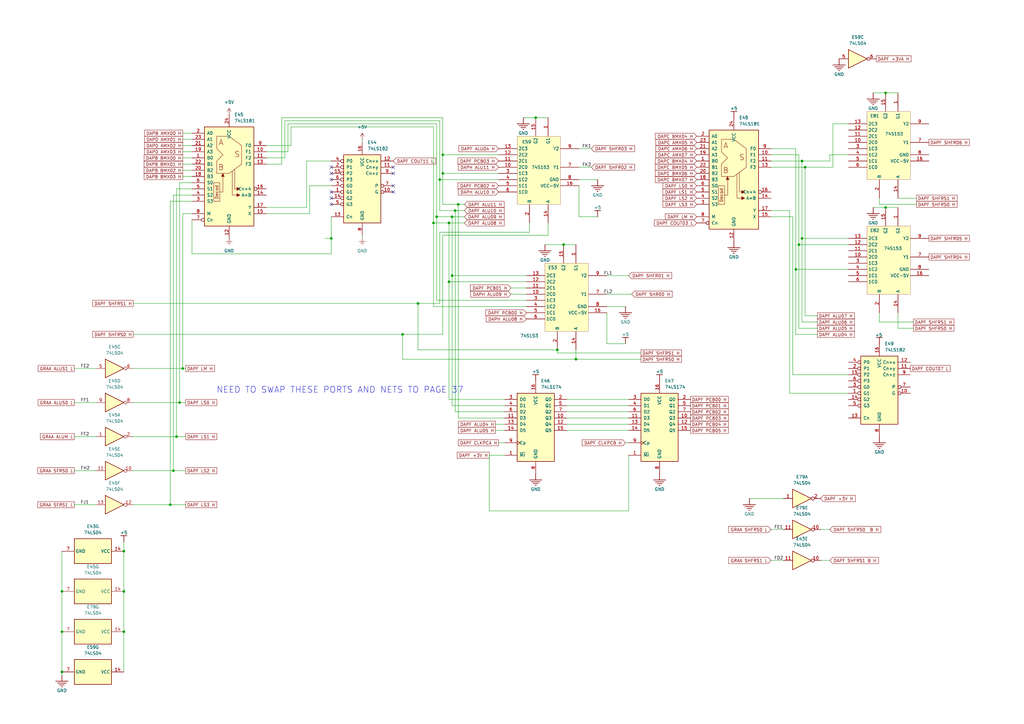
<source format=kicad_sch>
(kicad_sch (version 20250114) (generator "eeschema") (generator_version "9.0")
  (paper "A3")
  (title_block (date "2025-01-19"))
  (lib_symbols
    (symbol "74xx:74LS04"
      (property "Reference" "U" (at 0 1.27 0))
      (property "Value" "74LS04" (at 0 -1.27 0))
      (symbol "74LS04_1_0"
        (polyline (pts (xy -3.81 3.81) (xy -3.81 -3.81) (xy 3.81 0) (xy -3.81 3.81)) (stroke (width 0.254)) (fill (type background)))
        (pin input line (at -7.62 0 0) (length 3.81) (name "~") (number "1"))
        (pin output inverted (at 7.62 0 180) (length 3.81) (name "~") (number "2"))
      )
      (symbol "74LS04_2_0"
        (polyline (pts (xy -3.81 3.81) (xy -3.81 -3.81) (xy 3.81 0) (xy -3.81 3.81)) (stroke (width 0.254)) (fill (type background)))
        (pin input line (at -7.62 0 0) (length 3.81) (name "~") (number "3"))
        (pin output inverted (at 7.62 0 180) (length 3.81) (name "~") (number "4"))
      )
      (symbol "74LS04_3_0"
        (polyline (pts (xy -3.81 3.81) (xy -3.81 -3.81) (xy 3.81 0) (xy -3.81 3.81)) (stroke (width 0.254)) (fill (type background)))
        (pin input line (at -7.62 0 0) (length 3.81) (name "~") (number "5"))
        (pin output inverted (at 7.62 0 180) (length 3.81) (name "~") (number "6"))
      )
      (symbol "74LS04_4_0"
        (polyline (pts (xy -3.81 3.81) (xy -3.81 -3.81) (xy 3.81 0) (xy -3.81 3.81)) (stroke (width 0.254)) (fill (type background)))
        (pin input line (at -7.62 0 0) (length 3.81) (name "~") (number "9"))
        (pin output inverted (at 7.62 0 180) (length 3.81) (name "~") (number "8"))
      )
      (symbol "74LS04_5_0"
        (polyline (pts (xy -3.81 3.81) (xy -3.81 -3.81) (xy 3.81 0) (xy -3.81 3.81)) (stroke (width 0.254)) (fill (type background)))
        (pin input line (at -7.62 0 0) (length 3.81) (name "~") (number "11"))
        (pin output inverted (at 7.62 0 180) (length 3.81) (name "~") (number "10"))
      )
      (symbol "74LS04_6_0"
        (polyline (pts (xy -3.81 3.81) (xy -3.81 -3.81) (xy 3.81 0) (xy -3.81 3.81)) (stroke (width 0.254)) (fill (type background)))
        (pin input line (at -7.62 0 0) (length 3.81) (name "~") (number "13"))
        (pin output inverted (at 7.62 0 180) (length 3.81) (name "~") (number "12"))
      )
      (symbol "74LS04_7_0"
        (pin power_in line (at 0 12.7 270) (length 5.08) (name "VCC") (number "14"))
        (pin power_in line (at 0 -12.7 90) (length 5.08) (name "GND") (number "7"))
      )
      (symbol "74LS04_7_1"
        (rectangle (start -5.08 7.62) (end 5.08 -7.62) (stroke (width 0.254)) (fill (type background)))
      )
    )
    (symbol "74xx:74LS174" (pin_names (offset 1.016))
      (property "Reference" "U" (at -7.62 13.97 0))
      (property "Value" "74LS174" (at -7.62 -16.51 0))
      (symbol "74LS174_1_0"
        (pin input line (at -12.7 10.16 0) (length 5.08) (name "D0") (number "3"))
        (pin input line (at -12.7 7.62 0) (length 5.08) (name "D1") (number "4"))
        (pin input line (at -12.7 5.08 0) (length 5.08) (name "D2") (number "6"))
        (pin input line (at -12.7 2.54 0) (length 5.08) (name "D3") (number "11"))
        (pin input line (at -12.7 0 0) (length 5.08) (name "D4") (number "13"))
        (pin input line (at -12.7 -2.54 0) (length 5.08) (name "D5") (number "14"))
        (pin input clock (at -12.7 -7.62 0) (length 5.08) (name "Cp") (number "9"))
        (pin input line (at -12.7 -12.7 0) (length 5.08) (name "~{Mr}") (number "1"))
        (pin power_in line (at 0 17.78 270) (length 5.08) (name "VCC") (number "16"))
        (pin power_in line (at 0 -20.32 90) (length 5.08) (name "GND") (number "8"))
        (pin output line (at 12.7 10.16 180) (length 5.08) (name "Q0") (number "2"))
        (pin output line (at 12.7 7.62 180) (length 5.08) (name "Q1") (number "5"))
        (pin output line (at 12.7 5.08 180) (length 5.08) (name "Q2") (number "7"))
        (pin output line (at 12.7 2.54 180) (length 5.08) (name "Q3") (number "10"))
        (pin output line (at 12.7 0 180) (length 5.08) (name "Q4") (number "12"))
        (pin output line (at 12.7 -2.54 180) (length 5.08) (name "Q5") (number "15"))
      )
      (symbol "74LS174_1_1"
        (rectangle (start -7.62 12.7) (end 7.62 -15.24) (stroke (width 0.254)) (fill (type background)))
      )
    )
    (symbol "74xx:74LS181" (pin_names (offset 1.016))
      (property "Reference" "U" (at -7.62 21.59 0))
      (property "Value" "74LS181" (at -7.62 -21.59 0))
      (symbol "74LS181_1_0"
        (polyline (pts (xy -6.35 -2.54) (xy -6.35 -10.16) (xy -3.81 -10.16) (xy -3.81 -2.54) (xy -6.35 -2.54)))
        (polyline (pts (xy -5.08 16.51) (xy -5.08 11.43) (xy -2.54 8.89) (xy -5.08 6.35) (xy -5.08 1.27) (xy 0 1.27) (xy 5.08 5.08) (xy 5.08 12.7) (xy 0 16.51) (xy -5.08 16.51)))
        (polyline (pts (xy -3.81 -6.35) (xy -2.54 -6.35) (xy -2.54 1.27)))
        (polyline (pts (xy -2.54 1.27) (xy -3.175 0) (xy -1.905 0)) (fill (type outline)))
        (polyline (pts (xy 1.27 2.159) (xy 1.27 -7.62) (xy 3.175 -7.62)))
        (polyline (pts (xy 3.175 -5.08) (xy 2.286 -5.08) (xy 2.286 2.921)))
        (polyline (pts (xy 4.445 -5.08) (xy 3.175 -4.445) (xy 3.175 -5.715) (xy 4.445 -5.08)) (fill (type outline)))
        (polyline (pts (xy 4.445 -7.62) (xy 3.175 -6.985) (xy 3.175 -8.255) (xy 4.445 -7.62)) (fill (type outline)))
        (text "Decod" (at -5.08 -6.35 900) (effects (font (size 1.27 1.27))))
        (text "A" (at -3.302 13.97 0) (effects (font (size 2.286 2.286))))
        (text "B" (at -3.302 3.81 0) (effects (font (size 2.286 2.286))))
        (text "S" (at 3.302 9.144 0) (effects (font (size 2.286 2.286))))
        (pin input line (at -15.24 17.78 0) (length 5.08) (name "A0") (number "2"))
        (pin input line (at -15.24 15.24 0) (length 5.08) (name "A1") (number "23"))
        (pin input line (at -15.24 12.7 0) (length 5.08) (name "A2") (number "21"))
        (pin input line (at -15.24 10.16 0) (length 5.08) (name "A3") (number "19"))
        (pin input line (at -15.24 7.62 0) (length 5.08) (name "B0") (number "1"))
        (pin input line (at -15.24 5.08 0) (length 5.08) (name "B1") (number "22"))
        (pin input line (at -15.24 2.54 0) (length 5.08) (name "B2") (number "20"))
        (pin input line (at -15.24 0 0) (length 5.08) (name "B3") (number "18"))
        (pin input line (at -15.24 -2.54 0) (length 5.08) (name "S0") (number "6"))
        (pin input line (at -15.24 -5.08 0) (length 5.08) (name "S1") (number "5"))
        (pin input line (at -15.24 -7.62 0) (length 5.08) (name "S2") (number "4"))
        (pin input line (at -15.24 -10.16 0) (length 5.08) (name "S3") (number "3"))
        (pin input line (at -15.24 -15.24 0) (length 5.08) (name "M") (number "8"))
        (pin input inverted (at -15.24 -17.78 0) (length 5.08) (name "Cn") (number "7"))
        (pin power_in line (at 0 25.4 270) (length 5.08) (name "VCC") (number "24"))
        (pin power_in line (at 0 -25.4 90) (length 5.08) (name "GND") (number "12"))
        (pin output line (at 15.24 12.7 180) (length 5.08) (name "F0") (number "9"))
        (pin output line (at 15.24 10.16 180) (length 5.08) (name "F1") (number "10"))
        (pin output line (at 15.24 7.62 180) (length 5.08) (name "F2") (number "11"))
        (pin output line (at 15.24 5.08 180) (length 5.08) (name "F3") (number "13"))
        (pin output inverted (at 15.24 -5.08 180) (length 5.08) (name "Cn+4") (number "16"))
        (pin output line (at 15.24 -7.62 180) (length 5.08) (name "A=B") (number "14"))
        (pin output line (at 15.24 -12.7 180) (length 5.08) (name "Y") (number "17"))
        (pin output line (at 15.24 -15.24 180) (length 5.08) (name "X") (number "15"))
      )
      (symbol "74LS181_1_1"
        (rectangle (start -10.16 20.32) (end 10.16 -20.32) (stroke (width 0.254)) (fill (type background)))
      )
    )
    (symbol "74xx:74LS182" (pin_names (offset 1.016))
      (property "Reference" "U" (at -7.62 13.97 0))
      (property "Value" "74LS182" (at -7.62 -16.51 0))
      (symbol "74LS182_1_0"
        (pin input inverted (at -12.7 10.16 0) (length 5.08) (name "P0") (number "4"))
        (pin input inverted (at -12.7 7.62 0) (length 5.08) (name "P1") (number "2"))
        (pin input inverted (at -12.7 5.08 0) (length 5.08) (name "P2") (number "15"))
        (pin input inverted (at -12.7 2.54 0) (length 5.08) (name "P3") (number "6"))
        (pin input inverted (at -12.7 0 0) (length 5.08) (name "G0") (number "3"))
        (pin input inverted (at -12.7 -2.54 0) (length 5.08) (name "G1") (number "1"))
        (pin input inverted (at -12.7 -5.08 0) (length 5.08) (name "G2") (number "14"))
        (pin input inverted (at -12.7 -7.62 0) (length 5.08) (name "G3") (number "5"))
        (pin input line (at -12.7 -12.7 0) (length 5.08) (name "Cn") (number "13"))
        (pin power_in line (at 0 17.78 270) (length 5.08) (name "VCC") (number "16"))
        (pin power_in line (at 0 -20.32 90) (length 5.08) (name "GND") (number "8"))
        (pin output line (at 12.7 10.16 180) (length 5.08) (name "Cn+x") (number "12"))
        (pin output line (at 12.7 7.62 180) (length 5.08) (name "Cn+y") (number "11"))
        (pin output line (at 12.7 5.08 180) (length 5.08) (name "Cn+z") (number "9"))
        (pin output inverted (at 12.7 0 180) (length 5.08) (name "P") (number "7"))
        (pin output inverted (at 12.7 -2.54 180) (length 5.08) (name "G") (number "10"))
      )
      (symbol "74LS182_1_1"
        (rectangle (start -7.62 12.7) (end 7.62 -15.24) (stroke (width 0.254)) (fill (type background)))
      )
    )
    (symbol "Untitled-altium-import:+5_BAR" (power)
      (property "Value" "+5" (at 0 -3.81 0))
      (symbol "+5_BAR_0_0"
        (polyline (pts (xy -1.27 -2.54) (xy 1.27 -2.54)) (stroke (width 0.254)))
        (polyline (pts (xy 0 0) (xy 0 -2.54)) (stroke (width 0.254)))
        (pin power_in line (at 0 0 0) (length 0) (hide yes) (name "+5") (number ""))
      )
    )
    (symbol "Untitled-altium-import:GND_POWER_GROUND" (power)
      (property "Value" "GND" (at 0 -6.35 0))
      (symbol "GND_POWER_GROUND_0_0"
        (polyline (pts (xy -2.54 -2.54) (xy 2.54 -2.54)) (stroke (width 0.254)))
        (polyline (pts (xy -1.778 -3.302) (xy 1.778 -3.302)) (stroke (width 0.254)))
        (polyline (pts (xy -1.016 -4.064) (xy 1.016 -4.064)) (stroke (width 0.254)))
        (polyline (pts (xy -0.254 -4.826) (xy 0.254 -4.826)) (stroke (width 0.254)))
        (polyline (pts (xy 0 0) (xy 0 -2.54)) (stroke (width 0.254)))
        (pin power_in line (at 0 0 0) (length 0) (hide yes) (name "GND") (number ""))
      )
    )
    (symbol "Untitled-altium-import:root_0_74S153"
      (symbol "root_0_74S153_1_0"
        (rectangle (start 27.94 27.94) (end 10.16 0) (stroke (width 0.0254) (color 128 0 0 1)) (fill (type background)))
        (pin passive line (at 2.54 22.86 0) (length 7.62) (name "2C3") (number "13"))
        (pin passive line (at 2.54 20.32 0) (length 7.62) (name "2C2") (number "12"))
        (pin passive line (at 2.54 17.78 0) (length 7.62) (name "2C1") (number "11"))
        (pin passive line (at 2.54 15.24 0) (length 7.62) (name "2C0") (number "10"))
        (pin passive line (at 2.54 12.7 0) (length 7.62) (name "1C3") (number "3"))
        (pin passive line (at 2.54 10.16 0) (length 7.62) (name "1C2") (number "4"))
        (pin passive line (at 2.54 7.62 0) (length 7.62) (name "1C1") (number "5"))
        (pin passive line (at 2.54 5.08 0) (length 7.62) (name "1C0") (number "6"))
        (pin passive line (at 15.24 -7.62 90) (length 7.62) (name "B") (number "2"))
        (pin passive line (at 17.78 35.56 270) (length 7.62) (name "G2") (number "15"))
        (pin passive line (at 22.86 35.56 270) (length 7.62) (name "G1") (number "1"))
        (pin passive line (at 22.86 -7.62 90) (length 7.62) (name "A") (number "14"))
        (pin passive line (at 35.56 22.86 180) (length 7.62) (name "Y2") (number "9"))
        (pin passive line (at 35.56 15.24 180) (length 7.62) (name "Y1") (number "7"))
        (pin passive line (at 35.56 10.16 180) (length 7.62) (name "GND") (number "8"))
        (pin passive line (at 35.56 7.62 180) (length 7.62) (name "VCC-5V") (number "16"))
      )
    )
    (symbol "power:+5V" (power) (pin_numbers (hide yes)) (pin_names (offset 0) (hide yes))
      (property "Value" "+5V" (at 0 3.556 0))
      (symbol "+5V_0_1"
        (polyline (pts (xy -0.762 1.27) (xy 0 2.54)))
        (polyline (pts (xy 0 2.54) (xy 0.762 1.27)))
        (polyline (pts (xy 0 0) (xy 0 2.54)))
      )
      (symbol "+5V_1_1"
        (pin power_in line (at 0 0 90) (length 0) (name "~") (number "1"))
      )
    )
    (symbol "power:Earth" (power) (pin_numbers (hide yes)) (pin_names (offset 0) (hide yes))
      (property "Value" "Earth" (at 0 -3.81 0))
      (symbol "Earth_0_1"
        (polyline (pts (xy -0.635 -1.905) (xy 0.635 -1.905)))
        (polyline (pts (xy -0.127 -2.54) (xy 0.127 -2.54)))
        (polyline (pts (xy 0 -1.27) (xy 0 0)))
        (polyline (pts (xy 1.27 -1.27) (xy -1.27 -1.27)))
      )
      (symbol "Earth_1_1"
        (pin power_in line (at 0 0 270) (length 0) (name "~") (number "1"))
      )
    )
  )
  (text "NEED TO SWAP THESE PORTS AND NETS TO PAGE 37\n" (at 139.446 160.02 0) (effects (font (size 2.54 2.54))))
  (junction (at 219.71 48.26))
  (junction (at 180.34 73.66))
  (junction (at 25.4 275.59))
  (junction (at 25.4 242.57))
  (junction (at 236.22 147.32))
  (junction (at 187.96 83.82))
  (junction (at 185.42 113.03))
  (junction (at 171.45 124.46))
  (junction (at 328.93 66.04))
  (junction (at 74.93 151.13))
  (junction (at 165.1 137.16))
  (junction (at 326.39 110.49))
  (junction (at 363.22 38.1))
  (junction (at 228.6 143.51))
  (junction (at 50.8 242.57))
  (junction (at 73.66 165.1))
  (junction (at 328.93 97.79))
  (junction (at 330.2 68.58))
  (junction (at 25.4 259.08))
  (junction (at 50.8 226.06))
  (junction (at 327.66 100.33))
  (junction (at 50.8 259.08))
  (junction (at 186.69 86.36))
  (junction (at 185.42 88.9))
  (junction (at 184.15 115.57))
  (junction (at 71.12 193.04))
  (junction (at 184.15 91.44))
  (junction (at 177.8 91.44))
  (junction (at 179.07 88.9))
  (junction (at 363.22 85.09))
  (junction (at 72.39 179.07))
  (junction (at 135.89 97.79))
  (junction (at 181.61 63.5))
  (junction (at 69.85 207.01))
  (junction (at 231.14 100.33))
  (junction (at 181.61 71.12))
  (no_connect (at 135.89 73.66))
  (no_connect (at 161.29 78.74))
  (no_connect (at 135.89 81.28))
  (no_connect (at 161.29 71.12))
  (no_connect (at 135.89 71.12))
  (no_connect (at 161.29 68.58))
  (no_connect (at 161.29 76.2))
  (no_connect (at 135.89 78.74))
  (no_connect (at 135.89 68.58))
  (no_connect (at 135.89 83.82))
  (wire (pts (xy 78.74 90.17) (xy 78.74 104.14)))
  (wire (pts (xy 177.8 52.07) (xy 177.8 91.44)))
  (wire (pts (xy 186.69 168.91) (xy 207.01 168.91)))
  (wire (pts (xy 259.08 120.65) (xy 248.92 120.65)))
  (wire (pts (xy 30.48 207.01) (xy 39.37 207.01)))
  (wire (pts (xy 186.69 86.36) (xy 190.5 86.36)))
  (wire (pts (xy 74.93 151.13) (xy 54.61 151.13)))
  (wire (pts (xy 316.23 229.87) (xy 321.31 229.87)))
  (wire (pts (xy 326.39 60.96) (xy 326.39 110.49)))
  (wire (pts (xy 242.57 60.96) (xy 237.49 60.96)))
  (wire (pts (xy 74.93 64.77) (xy 78.74 64.77)))
  (wire (pts (xy 69.85 82.55) (xy 69.85 207.01)))
  (wire (pts (xy 236.22 147.32) (xy 262.89 147.32)))
  (wire (pts (xy 327.66 100.33) (xy 347.98 100.33)))
  (wire (pts (xy 73.66 165.1) (xy 76.2 165.1)))
  (wire (pts (xy 72.39 179.07) (xy 54.61 179.07)))
  (wire (pts (xy 184.15 115.57) (xy 184.15 163.83)))
  (wire (pts (xy 340.36 217.17) (xy 336.55 217.17)))
  (wire (pts (xy 200.66 186.69) (xy 207.01 186.69)))
  (wire (pts (xy 360.68 83.82) (xy 375.92 83.82)))
  (wire (pts (xy 30.48 165.1) (xy 39.37 165.1)))
  (wire (pts (xy 185.42 88.9) (xy 185.42 113.03)))
  (wire (pts (xy 184.15 91.44) (xy 184.15 115.57)))
  (wire (pts (xy 340.36 63.5) (xy 340.36 66.04)))
  (wire (pts (xy 30.48 193.04) (xy 39.37 193.04)))
  (wire (pts (xy 232.41 176.53) (xy 257.81 176.53)))
  (wire (pts (xy 328.93 97.79) (xy 347.98 97.79)))
  (wire (pts (xy 148.59 57.15) (xy 148.59 58.42)))
  (wire (pts (xy 323.85 86.36) (xy 323.85 161.29)))
  (wire (pts (xy 74.93 67.31) (xy 78.74 67.31)))
  (wire (pts (xy 256.54 181.61) (xy 257.81 181.61)))
  (wire (pts (xy 30.48 151.13) (xy 39.37 151.13)))
  (wire (pts (xy 340.36 229.87) (xy 336.55 229.87)))
  (wire (pts (xy 207.01 181.61) (xy 204.47 181.61)))
  (wire (pts (xy 316.23 217.17) (xy 321.31 217.17)))
  (wire (pts (xy 74.93 62.23) (xy 78.74 62.23)))
  (wire (pts (xy 181.61 137.16) (xy 181.61 96.52)))
  (wire (pts (xy 228.6 143.51) (xy 228.6 144.78)))
  (wire (pts (xy 109.22 62.23) (xy 118.11 62.23)))
  (wire (pts (xy 74.93 54.61) (xy 78.74 54.61)))
  (wire (pts (xy 242.57 68.58) (xy 237.49 68.58)))
  (wire (pts (xy 73.66 165.1) (xy 54.61 165.1)))
  (wire (pts (xy 180.34 73.66) (xy 180.34 49.53)))
  (wire (pts (xy 330.2 68.58) (xy 330.2 129.54)))
  (wire (pts (xy 25.4 226.06) (xy 25.4 242.57)))
  (wire (pts (xy 228.6 144.78) (xy 262.89 144.78)))
  (wire (pts (xy 200.66 186.69) (xy 200.66 209.55)))
  (wire (pts (xy 360.68 81.28) (xy 360.68 83.82)))
  (wire (pts (xy 180.34 73.66) (xy 180.34 86.36)))
  (wire (pts (xy 368.3 81.28) (xy 375.92 81.28)))
  (wire (pts (xy 50.8 242.57) (xy 50.8 259.08)))
  (wire (pts (xy 248.92 140.97) (xy 248.92 128.27)))
  (wire (pts (xy 327.66 63.5) (xy 327.66 100.33)))
  (wire (pts (xy 257.81 186.69) (xy 257.81 209.55)))
  (wire (pts (xy 74.93 57.15) (xy 78.74 57.15)))
  (wire (pts (xy 256.54 140.97) (xy 248.92 140.97)))
  (wire (pts (xy 171.45 124.46) (xy 180.34 124.46)))
  (wire (pts (xy 30.48 179.07) (xy 39.37 179.07)))
  (wire (pts (xy 307.34 204.47) (xy 321.31 204.47)))
  (wire (pts (xy 72.39 179.07) (xy 76.2 179.07)))
  (wire (pts (xy 73.66 74.93) (xy 78.74 74.93)))
  (wire (pts (xy 25.4 275.59) (xy 25.4 276.86)))
  (wire (pts (xy 78.74 87.63) (xy 74.93 87.63)))
  (wire (pts (xy 232.41 166.37) (xy 257.81 166.37)))
  (wire (pts (xy 341.63 50.8) (xy 347.98 50.8)))
  (wire (pts (xy 328.93 132.08) (xy 335.28 132.08)))
  (wire (pts (xy 135.89 97.79) (xy 135.89 88.9)))
  (wire (pts (xy 181.61 48.26) (xy 115.57 48.26)))
  (wire (pts (xy 203.2 176.53) (xy 207.01 176.53)))
  (wire (pts (xy 237.49 73.66) (xy 245.11 73.66)))
  (wire (pts (xy 125.73 66.04) (xy 135.89 66.04)))
  (wire (pts (xy 185.42 88.9) (xy 190.5 88.9)))
  (wire (pts (xy 325.12 88.9) (xy 325.12 153.67)))
  (wire (pts (xy 316.23 86.36) (xy 323.85 86.36)))
  (wire (pts (xy 328.93 66.04) (xy 316.23 66.04)))
  (wire (pts (xy 187.96 171.45) (xy 207.01 171.45)))
  (wire (pts (xy 204.47 63.5) (xy 181.61 63.5)))
  (wire (pts (xy 50.8 226.06) (xy 50.8 242.57)))
  (wire (pts (xy 179.07 88.9) (xy 179.07 123.19)))
  (wire (pts (xy 177.8 91.44) (xy 177.8 125.73)))
  (wire (pts (xy 232.41 171.45) (xy 257.81 171.45)))
  (wire (pts (xy 184.15 163.83) (xy 207.01 163.83)))
  (wire (pts (xy 74.93 151.13) (xy 76.2 151.13)))
  (wire (pts (xy 328.93 66.04) (xy 328.93 97.79)))
  (wire (pts (xy 330.2 68.58) (xy 341.63 68.58)))
  (wire (pts (xy 71.12 193.04) (xy 76.2 193.04)))
  (wire (pts (xy 316.23 68.58) (xy 330.2 68.58)))
  (wire (pts (xy 224.79 96.52) (xy 224.79 91.44)))
  (wire (pts (xy 341.63 68.58) (xy 341.63 50.8)))
  (wire (pts (xy 73.66 74.93) (xy 73.66 165.1)))
  (wire (pts (xy 358.14 85.09) (xy 363.22 85.09)))
  (wire (pts (xy 204.47 73.66) (xy 180.34 73.66)))
  (wire (pts (xy 25.4 242.57) (xy 25.4 259.08)))
  (wire (pts (xy 165.1 137.16) (xy 181.61 137.16)))
  (wire (pts (xy 368.3 134.62) (xy 374.65 134.62)))
  (wire (pts (xy 74.93 87.63) (xy 74.93 151.13)))
  (wire (pts (xy 109.22 85.09) (xy 125.73 85.09)))
  (wire (pts (xy 323.85 161.29) (xy 347.98 161.29)))
  (wire (pts (xy 368.3 128.27) (xy 368.3 134.62)))
  (wire (pts (xy 184.15 91.44) (xy 190.5 91.44)))
  (wire (pts (xy 215.9 125.73) (xy 177.8 125.73)))
  (wire (pts (xy 316.23 88.9) (xy 325.12 88.9)))
  (wire (pts (xy 69.85 207.01) (xy 54.61 207.01)))
  (wire (pts (xy 360.68 132.08) (xy 374.65 132.08)))
  (wire (pts (xy 116.84 49.53) (xy 116.84 64.77)))
  (wire (pts (xy 72.39 77.47) (xy 72.39 179.07)))
  (wire (pts (xy 184.15 115.57) (xy 215.9 115.57)))
  (wire (pts (xy 71.12 193.04) (xy 54.61 193.04)))
  (wire (pts (xy 186.69 86.36) (xy 186.69 168.91)))
  (wire (pts (xy 135.89 76.2) (xy 127 76.2)))
  (wire (pts (xy 50.8 222.25) (xy 50.8 226.06)))
  (wire (pts (xy 360.68 128.27) (xy 360.68 132.08)))
  (wire (pts (xy 25.4 259.08) (xy 25.4 275.59)))
  (wire (pts (xy 248.92 125.73) (xy 256.54 125.73)))
  (wire (pts (xy 204.47 71.12) (xy 181.61 71.12)))
  (wire (pts (xy 203.2 173.99) (xy 207.01 173.99)))
  (wire (pts (xy 74.93 69.85) (xy 78.74 69.85)))
  (wire (pts (xy 180.34 86.36) (xy 186.69 86.36)))
  (wire (pts (xy 181.61 71.12) (xy 181.61 83.82)))
  (wire (pts (xy 179.07 50.8) (xy 179.07 88.9)))
  (wire (pts (xy 187.96 83.82) (xy 190.5 83.82)))
  (wire (pts (xy 185.42 166.37) (xy 207.01 166.37)))
  (wire (pts (xy 148.59 97.79) (xy 148.59 96.52)))
  (wire (pts (xy 78.74 82.55) (xy 69.85 82.55)))
  (wire (pts (xy 177.8 91.44) (xy 184.15 91.44)))
  (wire (pts (xy 327.66 100.33) (xy 327.66 134.62)))
  (wire (pts (xy 214.63 48.26) (xy 219.71 48.26)))
  (wire (pts (xy 171.45 124.46) (xy 171.45 143.51)))
  (wire (pts (xy 326.39 110.49) (xy 347.98 110.49)))
  (wire (pts (xy 165.1 147.32) (xy 236.22 147.32)))
  (wire (pts (xy 71.12 80.01) (xy 71.12 193.04)))
  (wire (pts (xy 185.42 113.03) (xy 185.42 166.37)))
  (wire (pts (xy 179.07 88.9) (xy 185.42 88.9)))
  (wire (pts (xy 179.07 123.19) (xy 215.9 123.19)))
  (wire (pts (xy 245.11 88.9) (xy 237.49 88.9)))
  (wire (pts (xy 257.81 113.03) (xy 248.92 113.03)))
  (wire (pts (xy 325.12 153.67) (xy 347.98 153.67)))
  (wire (pts (xy 328.93 97.79) (xy 328.93 132.08)))
  (wire (pts (xy 50.8 259.08) (xy 50.8 275.59)))
  (wire (pts (xy 135.89 104.14) (xy 135.89 97.79)))
  (wire (pts (xy 363.22 85.09) (xy 368.3 85.09)))
  (wire (pts (xy 180.34 124.46) (xy 180.34 95.25)))
  (wire (pts (xy 115.57 67.31) (xy 109.22 67.31)))
  (wire (pts (xy 358.14 38.1) (xy 363.22 38.1)))
  (wire (pts (xy 116.84 64.77) (xy 109.22 64.77)))
  (wire (pts (xy 78.74 77.47) (xy 72.39 77.47)))
  (wire (pts (xy 185.42 113.03) (xy 215.9 113.03)))
  (wire (pts (xy 118.11 62.23) (xy 118.11 50.8)))
  (wire (pts (xy 326.39 137.16) (xy 335.28 137.16)))
  (wire (pts (xy 118.11 50.8) (xy 179.07 50.8)))
  (wire (pts (xy 187.96 83.82) (xy 187.96 171.45)))
  (wire (pts (xy 181.61 63.5) (xy 181.61 48.26)))
  (wire (pts (xy 209.55 120.65) (xy 215.9 120.65)))
  (wire (pts (xy 181.61 71.12) (xy 181.61 63.5)))
  (wire (pts (xy 133.35 97.79) (xy 135.89 97.79)))
  (wire (pts (xy 347.98 63.5) (xy 340.36 63.5)))
  (wire (pts (xy 74.93 72.39) (xy 78.74 72.39)))
  (wire (pts (xy 217.17 95.25) (xy 217.17 91.44)))
  (wire (pts (xy 223.52 100.33) (xy 231.14 100.33)))
  (wire (pts (xy 340.36 66.04) (xy 328.93 66.04)))
  (wire (pts (xy 125.73 85.09) (xy 125.73 66.04)))
  (wire (pts (xy 236.22 147.32) (xy 236.22 143.51)))
  (wire (pts (xy 127 76.2) (xy 127 87.63)))
  (wire (pts (xy 127 87.63) (xy 109.22 87.63)))
  (wire (pts (xy 171.45 143.51) (xy 228.6 143.51)))
  (wire (pts (xy 327.66 134.62) (xy 335.28 134.62)))
  (wire (pts (xy 181.61 96.52) (xy 224.79 96.52)))
  (wire (pts (xy 74.93 59.69) (xy 78.74 59.69)))
  (wire (pts (xy 54.61 137.16) (xy 165.1 137.16)))
  (wire (pts (xy 237.49 88.9) (xy 237.49 76.2)))
  (wire (pts (xy 109.22 59.69) (xy 119.38 59.69)))
  (wire (pts (xy 181.61 83.82) (xy 187.96 83.82)))
  (wire (pts (xy 180.34 95.25) (xy 217.17 95.25)))
  (wire (pts (xy 180.34 49.53) (xy 116.84 49.53)))
  (wire (pts (xy 363.22 38.1) (xy 368.3 38.1)))
  (wire (pts (xy 69.85 207.01) (xy 76.2 207.01)))
  (wire (pts (xy 78.74 104.14) (xy 135.89 104.14)))
  (wire (pts (xy 330.2 129.54) (xy 335.28 129.54)))
  (wire (pts (xy 232.41 168.91) (xy 257.81 168.91)))
  (wire (pts (xy 231.14 100.33) (xy 236.22 100.33)))
  (wire (pts (xy 115.57 48.26) (xy 115.57 67.31)))
  (wire (pts (xy 215.9 118.11) (xy 209.55 118.11)))
  (wire (pts (xy 78.74 80.01) (xy 71.12 80.01)))
  (wire (pts (xy 119.38 59.69) (xy 119.38 52.07)))
  (wire (pts (xy 232.41 163.83) (xy 257.81 163.83)))
  (wire (pts (xy 316.23 60.96) (xy 326.39 60.96)))
  (wire (pts (xy 316.23 63.5) (xy 327.66 63.5)))
  (wire (pts (xy 326.39 110.49) (xy 326.39 137.16)))
  (wire (pts (xy 54.61 124.46) (xy 171.45 124.46)))
  (wire (pts (xy 219.71 48.26) (xy 224.79 48.26)))
  (wire (pts (xy 200.66 209.55) (xy 257.81 209.55)))
  (wire (pts (xy 232.41 173.99) (xy 257.81 173.99)))
  (wire (pts (xy 165.1 137.16) (xy 165.1 147.32)))
  (wire (pts (xy 119.38 52.07) (xy 177.8 52.07)))
  (label "FF2" (at 33.02 179.07 0))
  (label "FE2" (at 33.02 151.13 0))
  (label "FK2" (at 238.76 68.58 0))
  (label "FE1" (at 317.5 217.17 0))
  (label "FL2" (at 247.65 120.65 0))
  (label "FD2" (at 317.5 229.87 0))
  (label "FL1" (at 247.65 113.03 0))
  (label "FF1" (at 33.02 165.1 0))
  (label "FH2" (at 33.02 193.04 0))
  (label "FJ1" (at 33.02 207.01 0))
  (label "FK1" (at 238.76 60.96 0))
  (global_label "DAPF ALU07 H" (shape passive) (at 335.28 129.54 0) (property "Intersheetrefs" "${INTERSHEET_REFS}" (at 351.003 129.54 0) (effects (justify left))))
  (global_label "DAPF SHFRS1 H" (shape passive) (at 54.61 124.46 180) (property "Intersheetrefs" "${INTERSHEET_REFS}" (at 37.4356 124.46 0) (effects (justify right))))
  (global_label "DAPF PCB03 H" (shape passive) (at 283.21 171.45 0) (property "Intersheetrefs" "${INTERSHEET_REFS}" (at 299.2958 171.45 0) (effects (justify left))))
  (global_label "DAPF LS3 H" (shape input) (at 285.75 83.82 180) (property "Intersheetrefs" "${INTERSHEET_REFS}" (at 271.3348 83.82 0) (effects (justify right))))
  (global_label "DAPF LM H" (shape passive) (at 76.2 151.13 0) (property "Intersheetrefs" "${INTERSHEET_REFS}" (at 88.5363 151.13 0) (effects (justify left))))
  (global_label "DAPF LS2 H" (shape passive) (at 76.2 193.04 0) (property "Intersheetrefs" "${INTERSHEET_REFS}" (at 89.5039 193.04 0) (effects (justify left))))
  (global_label "DAPD AMX01 H" (shape passive) (at 74.93 57.15 180) (property "Intersheetrefs" "${INTERSHEET_REFS}" (at 58.7233 57.15 0) (effects (justify right))))
  (global_label "DAPF +3V H" (shape passive) (at 200.66 186.69 180) (property "Intersheetrefs" "${INTERSHEET_REFS}" (at 186.9327 186.69 0) (effects (justify right))))
  (global_label "DAPF PCB01 H" (shape input) (at 209.55 118.11 180) (property "Intersheetrefs" "${INTERSHEET_REFS}" (at 192.3529 118.11 0) (effects (justify right))))
  (global_label "DAPC AMX05 H" (shape input) (at 285.75 58.42 180) (property "Intersheetrefs" "${INTERSHEET_REFS}" (at 268.432 58.42 0) (effects (justify right))))
  (global_label "DAPF SHFR03 H" (shape input) (at 242.57 60.96 0) (property "Intersheetrefs" "${INTERSHEET_REFS}" (at 260.8557 60.96 0) (effects (justify left))))
  (global_label "DAPB BMX01 H" (shape passive) (at 74.93 67.31 180) (property "Intersheetrefs" "${INTERSHEET_REFS}" (at 58.5419 67.31 0) (effects (justify right))))
  (global_label "DAPF SHFR01 H" (shape input) (at 257.81 113.03 0) (property "Intersheetrefs" "${INTERSHEET_REFS}" (at 276.0957 113.03 0) (effects (justify left))))
  (global_label "DAPF ALU04 H" (shape passive) (at 203.2 173.99 180) (property "Intersheetrefs" "${INTERSHEET_REFS}" (at 187.477 173.99 0) (effects (justify right))))
  (global_label "DAPC BMX04 H" (shape input) (at 285.75 66.04 180) (property "Intersheetrefs" "${INTERSHEET_REFS}" (at 268.2506 66.04 0) (effects (justify right))))
  (global_label "DAPF COUT11 L" (shape input) (at 161.29 66.04 0) (property "Intersheetrefs" "${INTERSHEET_REFS}" (at 179.2733 66.04 0) (effects (justify left))))
  (global_label "DAPH ALU08 H" (shape input) (at 215.9 130.81 180) (property "Intersheetrefs" "${INTERSHEET_REFS}" (at 198.8238 130.81 0) (effects (justify right))))
  (global_label "DAPF SHFRS0  B H" (shape input) (at 340.36 217.17 0) (property "Intersheetrefs" "${INTERSHEET_REFS}" (at 361.8509 217.17 0) (effects (justify left))))
  (global_label "DAPF COUT07 L" (shape passive) (at 373.38 151.13 0) (property "Intersheetrefs" "${INTERSHEET_REFS}" (at 390.252 151.13 0) (effects (justify left))))
  (global_label "DAPF LS1 H" (shape input) (at 285.75 78.74 180) (property "Intersheetrefs" "${INTERSHEET_REFS}" (at 271.3348 78.74 0) (effects (justify right))))
  (global_label "DAPF LM H" (shape input) (at 285.75 88.9 180) (property "Intersheetrefs" "${INTERSHEET_REFS}" (at 272.3024 88.9 0) (effects (justify right))))
  (global_label "DAPD AMX02 H" (shape passive) (at 74.93 59.69 180) (property "Intersheetrefs" "${INTERSHEET_REFS}" (at 58.7233 59.69 0) (effects (justify right))))
  (global_label "DAPF PCB01 H" (shape passive) (at 283.21 166.37 0) (property "Intersheetrefs" "${INTERSHEET_REFS}" (at 299.2958 166.37 0) (effects (justify left))))
  (global_label "GRAA SHFRS0 L" (shape input) (at 316.23 217.17 180) (property "Intersheetrefs" "${INTERSHEET_REFS}" (at 298.2467 217.17 0) (effects (justify right))))
  (global_label "DAPF ALU10 H" (shape input) (at 190.5 86.36 0) (property "Intersheetrefs" "${INTERSHEET_REFS}" (at 207.3343 86.36 0) (effects (justify left))))
  (global_label "DAPF PCB00 H" (shape passive) (at 283.21 163.83 0) (property "Intersheetrefs" "${INTERSHEET_REFS}" (at 299.2958 163.83 0) (effects (justify left))))
  (global_label "DAPH ALU10 H" (shape input) (at 204.47 78.74 180) (property "Intersheetrefs" "${INTERSHEET_REFS}" (at 187.3938 78.74 0) (effects (justify right))))
  (global_label "DAPF ALU08 H" (shape input) (at 190.5 91.44 0) (property "Intersheetrefs" "${INTERSHEET_REFS}" (at 207.3343 91.44 0) (effects (justify left))))
  (global_label "GRAA ALUS1 L" (shape passive) (at 30.48 151.13 180) (property "Intersheetrefs" "${INTERSHEET_REFS}" (at 15.0594 151.13 0) (effects (justify right))))
  (global_label "DAPH ALU11 H" (shape input) (at 204.47 68.58 180) (property "Intersheetrefs" "${INTERSHEET_REFS}" (at 187.3938 68.58 0) (effects (justify right))))
  (global_label "DAPF LS3 H" (shape passive) (at 76.2 207.01 0) (property "Intersheetrefs" "${INTERSHEET_REFS}" (at 89.5039 207.01 0) (effects (justify left))))
  (global_label "DAPF SHFR04 H" (shape passive) (at 381 105.41 0) (property "Intersheetrefs" "${INTERSHEET_REFS}" (at 398.1744 105.41 0) (effects (justify left))))
  (global_label "DAPF LS0 H" (shape input) (at 285.75 76.2 180) (property "Intersheetrefs" "${INTERSHEET_REFS}" (at 271.3348 76.2 0) (effects (justify right))))
  (global_label "DAPF CLKPCB H" (shape input) (at 256.54 181.61 180) (property "Intersheetrefs" "${INTERSHEET_REFS}" (at 238.1938 181.61 0) (effects (justify right))))
  (global_label "DAPF SHR00 H" (shape input) (at 259.08 120.65 0) (property "Intersheetrefs" "${INTERSHEET_REFS}" (at 276.2771 120.65 0) (effects (justify left))))
  (global_label "DAPF PCB00 H" (shape input) (at 215.9 128.27 180) (property "Intersheetrefs" "${INTERSHEET_REFS}" (at 198.7029 128.27 0) (effects (justify right))))
  (global_label "DAPF SHFR02 H" (shape input) (at 242.57 68.58 0) (property "Intersheetrefs" "${INTERSHEET_REFS}" (at 260.8557 68.58 0) (effects (justify left))))
  (global_label "DAPF PCB02 H" (shape input) (at 204.47 76.2 180) (property "Intersheetrefs" "${INTERSHEET_REFS}" (at 187.2729 76.2 0) (effects (justify right))))
  (global_label "DAPF LS2 H" (shape input) (at 285.75 81.28 180) (property "Intersheetrefs" "${INTERSHEET_REFS}" (at 271.3348 81.28 0) (effects (justify right))))
  (global_label "DAPF PCB04 H" (shape passive) (at 283.21 173.99 0) (property "Intersheetrefs" "${INTERSHEET_REFS}" (at 299.2958 173.99 0) (effects (justify left))))
  (global_label "DAPC BMX04 H" (shape input) (at 285.75 55.88 180) (property "Intersheetrefs" "${INTERSHEET_REFS}" (at 268.2506 55.88 0) (effects (justify right))))
  (global_label "DAPF SHFRS1 H" (shape passive) (at 262.89 144.78 0) (property "Intersheetrefs" "${INTERSHEET_REFS}" (at 280.0644 144.78 0) (effects (justify left))))
  (global_label "DAPH ALU09 H" (shape input) (at 209.55 120.65 180) (property "Intersheetrefs" "${INTERSHEET_REFS}" (at 192.4738 120.65 0) (effects (justify right))))
  (global_label "DAPF LS0 H" (shape passive) (at 76.2 165.1 0) (property "Intersheetrefs" "${INTERSHEET_REFS}" (at 89.5039 165.1 0) (effects (justify left))))
  (global_label "DAPF ALU09 H" (shape input) (at 190.5 88.9 0) (property "Intersheetrefs" "${INTERSHEET_REFS}" (at 207.3343 88.9 0) (effects (justify left))))
  (global_label "DAPC BMX06 H" (shape input) (at 285.75 71.12 180) (property "Intersheetrefs" "${INTERSHEET_REFS}" (at 268.2506 71.12 0) (effects (justify right))))
  (global_label "DAPC AMX06 H" (shape input) (at 285.75 60.96 180) (property "Intersheetrefs" "${INTERSHEET_REFS}" (at 268.432 60.96 0) (effects (justify right))))
  (global_label "DAPF SHFR05 H" (shape passive) (at 381 97.79 0) (property "Intersheetrefs" "${INTERSHEET_REFS}" (at 398.1744 97.79 0) (effects (justify left))))
  (global_label "DAPF SHFRS1 H" (shape passive) (at 374.65 132.08 0) (property "Intersheetrefs" "${INTERSHEET_REFS}" (at 391.8244 132.08 0) (effects (justify left))))
  (global_label "DAPF SHFRS0 H" (shape passive) (at 262.89 147.32 0) (property "Intersheetrefs" "${INTERSHEET_REFS}" (at 280.0644 147.32 0) (effects (justify left))))
  (global_label "DAPF SHFRS0 H" (shape passive) (at 375.92 83.82 0) (property "Intersheetrefs" "${INTERSHEET_REFS}" (at 393.0944 83.82 0) (effects (justify left))))
  (global_label "DAPF ALU06 H" (shape passive) (at 335.28 132.08 0) (property "Intersheetrefs" "${INTERSHEET_REFS}" (at 351.003 132.08 0) (effects (justify left))))
  (global_label "DAPC AMX07 H" (shape input) (at 285.75 63.5 180) (property "Intersheetrefs" "${INTERSHEET_REFS}" (at 268.432 63.5 0) (effects (justify right))))
  (global_label "DAPF PCB05 H" (shape passive) (at 283.21 176.53 0) (property "Intersheetrefs" "${INTERSHEET_REFS}" (at 299.2958 176.53 0) (effects (justify left))))
  (global_label "DAPF ALU05 H" (shape passive) (at 335.28 134.62 0) (property "Intersheetrefs" "${INTERSHEET_REFS}" (at 351.003 134.62 0) (effects (justify left))))
  (global_label "GRAA ALUM L" (shape passive) (at 30.48 179.07 180) (property "Intersheetrefs" "${INTERSHEET_REFS}" (at 16.027 179.07 0) (effects (justify right))))
  (global_label "DAPF SHFRS0 H" (shape passive) (at 374.65 134.62 0) (property "Intersheetrefs" "${INTERSHEET_REFS}" (at 391.8244 134.62 0) (effects (justify left))))
  (global_label "DAPB BMX02 H" (shape passive) (at 74.93 69.85 180) (property "Intersheetrefs" "${INTERSHEET_REFS}" (at 58.5419 69.85 0) (effects (justify right))))
  (global_label "DAPF PCB02 H" (shape passive) (at 283.21 168.91 0) (property "Intersheetrefs" "${INTERSHEET_REFS}" (at 299.2958 168.91 0) (effects (justify left))))
  (global_label "DAPB BMX03 H" (shape passive) (at 74.93 72.39 180) (property "Intersheetrefs" "${INTERSHEET_REFS}" (at 58.5419 72.39 0) (effects (justify right))))
  (global_label "DAPF SHFRS1 H" (shape passive) (at 375.92 81.28 0) (property "Intersheetrefs" "${INTERSHEET_REFS}" (at 393.0944 81.28 0) (effects (justify left))))
  (global_label "DAPF COUT03 L" (shape input) (at 285.75 91.44 180) (property "Intersheetrefs" "${INTERSHEET_REFS}" (at 267.7667 91.44 0) (effects (justify right))))
  (global_label "GRAA SFRS1 L" (shape passive) (at 30.48 207.01 180) (property "Intersheetrefs" "${INTERSHEET_REFS}" (at 14.9385 207.01 0) (effects (justify right))))
  (global_label "DAPB BMX00 H" (shape passive) (at 74.93 64.77 180) (property "Intersheetrefs" "${INTERSHEET_REFS}" (at 58.5419 64.77 0) (effects (justify right))))
  (global_label "DAPC BMX07 H" (shape input) (at 285.75 73.66 180) (property "Intersheetrefs" "${INTERSHEET_REFS}" (at 268.2506 73.66 0) (effects (justify right))))
  (global_label "DAPF CLKPCA H" (shape passive) (at 204.47 181.61 180) (property "Intersheetrefs" "${INTERSHEET_REFS}" (at 187.4165 181.61 0) (effects (justify right))))
  (global_label "DAPF ALU11 H" (shape input) (at 190.5 83.82 0) (property "Intersheetrefs" "${INTERSHEET_REFS}" (at 207.3343 83.82 0) (effects (justify left))))
  (global_label "DAPF ALU05 H" (shape passive) (at 203.2 176.53 180) (property "Intersheetrefs" "${INTERSHEET_REFS}" (at 187.477 176.53 0) (effects (justify right))))
  (global_label "DAPF ALU04 H" (shape passive) (at 335.28 137.16 0) (property "Intersheetrefs" "${INTERSHEET_REFS}" (at 351.003 137.16 0) (effects (justify left))))
  (global_label "GRAA SFRS0 L" (shape passive) (at 30.48 193.04 180) (property "Intersheetrefs" "${INTERSHEET_REFS}" (at 14.9385 193.04 0) (effects (justify right))))
  (global_label "DAPF PCB03 H" (shape input) (at 204.47 66.04 180) (property "Intersheetrefs" "${INTERSHEET_REFS}" (at 187.2729 66.04 0) (effects (justify right))))
  (global_label "GRAA SHFRS1 L" (shape input) (at 316.23 229.87 180) (property "Intersheetrefs" "${INTERSHEET_REFS}" (at 298.2467 229.87 0) (effects (justify right))))
  (global_label "DAPC BMX05 H" (shape input) (at 285.75 68.58 180) (property "Intersheetrefs" "${INTERSHEET_REFS}" (at 268.2506 68.58 0) (effects (justify right))))
  (global_label "DAPB AMX00 H" (shape passive) (at 74.93 54.61 180) (property "Intersheetrefs" "${INTERSHEET_REFS}" (at 58.7233 54.61 0) (effects (justify right))))
  (global_label "DAPD AMX03 H" (shape passive) (at 74.93 62.23 180) (property "Intersheetrefs" "${INTERSHEET_REFS}" (at 58.7233 62.23 0) (effects (justify right))))
  (global_label "DAPF SHFRS1 B H" (shape input) (at 340.36 229.87 0) (property "Intersheetrefs" "${INTERSHEET_REFS}" (at 360.8833 229.87 0) (effects (justify left))))
  (global_label "DAPF LS1 H" (shape passive) (at 76.2 179.07 0) (property "Intersheetrefs" "${INTERSHEET_REFS}" (at 89.5039 179.07 0) (effects (justify left))))
  (global_label "DAPF SHFRS0 H" (shape passive) (at 54.61 137.16 180) (property "Intersheetrefs" "${INTERSHEET_REFS}" (at 37.4356 137.16 0) (effects (justify right))))
  (global_label "DAPF +3V H" (shape input) (at 336.55 204.47 0) (property "Intersheetrefs" "${INTERSHEET_REFS}" (at 351.3886 204.47 0) (effects (justify left))))
  (global_label "DAPF +3VA H" (shape passive) (at 359.41 24.13 0) (property "Intersheetrefs" "${INTERSHEET_REFS}" (at 374.2259 24.13 0) (effects (justify left))))
  (global_label "GRAA ALUS0 L" (shape passive) (at 30.48 165.1 180) (property "Intersheetrefs" "${INTERSHEET_REFS}" (at 15.0594 165.1 0) (effects (justify right))))
  (global_label "DAPF SHFR06 H" (shape passive) (at 381 58.42 0) (property "Intersheetrefs" "${INTERSHEET_REFS}" (at 398.1744 58.42 0) (effects (justify left))))
  (global_label "DAPF ALU04 H" (shape input) (at 204.47 60.96 180) (property "Intersheetrefs" "${INTERSHEET_REFS}" (at 187.6357 60.96 0) (effects (justify right))))
  (symbol (lib_id "74xx:74LS04") (at 38.1 259.08 270) (unit 7)
    (property "Reference" "E79" (at 38.1 248.92 90))
    (property "Value" "74LS04" (at 38.1 251.46 90))
    (property "Datasheet" "http://www.ti.com/lit/gpn/sn74LS04" (effects (hide yes)))
    (property "Description" "Hex Inverter" (effects (hide yes)))
  )
  (symbol (lib_id "Untitled-altium-import:+5_BAR") (at 219.71 156.21 180) (unit 1)
    (property "Reference" "#PWR0153" (effects (hide yes)))
    (property "Value" "+5" (at 219.71 152.4 0))
  )
  (symbol (lib_id "Untitled-altium-import:GND_POWER_GROUND") (at 344.17 24.13 0) (unit 1)
    (property "Reference" "#PWR0165" (effects (hide yes)))
    (property "Value" "GND" (at 344.17 30.48 0))
  )
  (symbol (lib_id "74xx:74LS04") (at 328.93 204.47 0) (unit 1)
    (property "Reference" "E79" (at 328.93 195.58 0))
    (property "Value" "74LS04" (at 328.93 198.12 0))
    (property "Datasheet" "http://www.ti.com/lit/gpn/sn74LS04" (effects (hide yes)))
    (property "Description" "Hex Inverter" (effects (hide yes)))
  )
  (symbol (lib_id "74xx:74LS04") (at 46.99 151.13 0) (unit 3)
    (property "Reference" "E45" (at 46.99 142.24 0))
    (property "Value" "74LS04" (at 46.99 144.78 0))
    (property "Datasheet" "http://www.ti.com/lit/gpn/sn74LS04" (effects (hide yes)))
    (property "Description" "Hex Inverter" (effects (hide yes)))
  )
  (symbol (lib_id "74xx:74LS04") (at 38.1 275.59 270) (unit 7)
    (property "Reference" "E59" (at 38.1 265.43 90))
    (property "Value" "74LS04" (at 38.1 267.97 90))
    (property "Datasheet" "http://www.ti.com/lit/gpn/sn74LS04" (effects (hide yes)))
    (property "Description" "Hex Inverter" (effects (hide yes)))
  )
  (symbol (lib_id "74xx:74LS182") (at 360.68 158.75 0) (unit 1)
    (property "Reference" "E49" (at 362.8233 140.97 0) (effects (justify left)))
    (property "Value" "74LS182" (at 362.8233 143.51 0) (effects (justify left)))
    (property "Datasheet" "http://www.ti.com/lit/gpn/sn74LS182" (effects (hide yes)))
    (property "Description" "Carry generator" (effects (hide yes)))
  )
  (symbol (lib_id "74xx:74LS04") (at 328.93 229.87 0) (unit 5)
    (property "Reference" "E43" (at 328.93 220.98 0))
    (property "Value" "74LS04" (at 328.93 223.52 0))
    (property "Datasheet" "http://www.ti.com/lit/gpn/sn74LS04" (effects (hide yes)))
    (property "Description" "Hex Inverter" (effects (hide yes)))
  )
  (symbol (lib_id "Untitled-altium-import:root_0_74S153") (at 345.44 120.65 0) (unit 1)
    (property "Reference" "E82" (at 356.87 95.25 0) (effects (justify left bottom)))
    (property "Value" "74S153" (at 362.458 102.616 0) (effects (justify left bottom)))
    (property "Footprint" "DIP16" (effects (hide yes)))
    (property "SUPPLIER 1" "Rochester Electronics" (effects (hide yes)))
    (property "SUPPLIER PART NUMBER 1" "DM74S153N" (effects (hide yes)))
  )
  (symbol (lib_id "power:Earth") (at 148.59 97.79 0) (unit 1)
    (property "Reference" "#PWR0151" (effects (hide yes)))
    (property "Value" "GND" (at 148.59 102.87 0))
    (property "Description" "Power symbol creates a global label with name \"Earth\"" (effects (hide yes)))
  )
  (symbol (lib_id "74xx:74LS181") (at 93.98 72.39 0) (unit 1)
    (property "Reference" "E45" (at 96.1233 46.99 0) (effects (justify left)))
    (property "Value" "74LS181" (at 96.1233 49.53 0) (effects (justify left)))
    (property "Footprint" "Package_DIP:DIP-24_18.0mmx34.29mm_W15.24mm" (effects (hide yes)))
    (property "Datasheet" "74xx/74F181.pdf" (effects (hide yes)))
    (property "Description" "Arithmetic logic unit" (effects (hide yes)))
  )
  (symbol (lib_id "Untitled-altium-import:GND_POWER_GROUND") (at 307.34 204.47 0) (unit 1)
    (property "Reference" "#PWR0164" (effects (hide yes)))
    (property "Value" "GND" (at 307.34 210.82 0))
  )
  (symbol (lib_id "Untitled-altium-import:GND_POWER_GROUND") (at 214.63 48.26 0) (unit 1)
    (property "Reference" "#PWR0152" (effects (hide yes)))
    (property "Value" "GND" (at 214.63 54.61 0))
  )
  (symbol (lib_id "Untitled-altium-import:+5_BAR") (at 270.51 156.21 180) (unit 1)
    (property "Reference" "#PWR0160" (effects (hide yes)))
    (property "Value" "+5" (at 270.51 152.4 0))
  )
  (symbol (lib_id "Untitled-altium-import:+5_BAR") (at 300.99 48.26 180) (unit 1)
    (property "Reference" "#PWR0162" (effects (hide yes)))
    (property "Value" "+5" (at 300.99 44.45 0))
  )
  (symbol (lib_id "Untitled-altium-import:GND_POWER_GROUND") (at 360.68 179.07 0) (unit 1)
    (property "Reference" "#PWR0169" (effects (hide yes)))
    (property "Value" "GND" (at 360.68 185.42 0))
  )
  (symbol (lib_id "74xx:74LS04") (at 38.1 242.57 270) (unit 7)
    (property "Reference" "E45" (at 38.1 232.41 90))
    (property "Value" "74LS04" (at 38.1 234.95 90))
    (property "Datasheet" "http://www.ti.com/lit/gpn/sn74LS04" (effects (hide yes)))
    (property "Description" "Hex Inverter" (effects (hide yes)))
  )
  (symbol (lib_id "Untitled-altium-import:root_0_74S153") (at 201.93 83.82 0) (unit 1)
    (property "Reference" "E59" (at 214.122 58.928 0) (effects (justify left bottom)))
    (property "Value" "74S153" (at 217.932 69.342 0) (effects (justify left bottom)))
    (property "Footprint" "DIP16" (effects (hide yes)))
    (property "SUPPLIER 1" "Rochester Electronics" (effects (hide yes)))
    (property "SUPPLIER PART NUMBER 1" "DM74S153N" (effects (hide yes)))
  )
  (symbol (lib_id "74xx:74LS04") (at 46.99 207.01 0) (unit 6)
    (property "Reference" "E45" (at 46.99 198.12 0))
    (property "Value" "74LS04" (at 46.99 200.66 0))
    (property "Datasheet" "http://www.ti.com/lit/gpn/sn74LS04" (effects (hide yes)))
    (property "Description" "Hex Inverter" (effects (hide yes)))
  )
  (symbol (lib_id "Untitled-altium-import:GND_POWER_GROUND") (at 270.51 194.31 0) (unit 1)
    (property "Reference" "#PWR0161" (effects (hide yes)))
    (property "Value" "GND" (at 270.51 200.66 0))
  )
  (symbol (lib_id "Untitled-altium-import:+5_BAR") (at 360.68 140.97 180) (unit 1)
    (property "Reference" "#PWR0168" (effects (hide yes)))
    (property "Value" "+5" (at 360.426 137.414 0))
  )
  (symbol (lib_id "Untitled-altium-import:+5_BAR") (at 50.8 222.25 180) (unit 1)
    (property "Reference" "#PWR0147" (effects (hide yes)))
    (property "Value" "+5" (at 50.8 218.44 0))
  )
  (symbol (lib_id "74xx:74LS181") (at 300.99 73.66 0) (unit 1)
    (property "Reference" "E48" (at 303.1333 48.26 0) (effects (justify left)))
    (property "Value" "74LS181" (at 303.1333 50.8 0) (effects (justify left)))
    (property "Footprint" "Package_DIP:DIP-24_18.0mmx34.29mm_W15.24mm" (effects (hide yes)))
    (property "Datasheet" "74xx/74F181.pdf" (effects (hide yes)))
    (property "Description" "Arithmetic logic unit" (effects (hide yes)))
  )
  (symbol (lib_id "74xx:74LS04") (at 46.99 193.04 0) (unit 5)
    (property "Reference" "E45" (at 46.99 184.15 0))
    (property "Value" "74LS04" (at 46.99 186.69 0))
    (property "Datasheet" "http://www.ti.com/lit/gpn/sn74LS04" (effects (hide yes)))
    (property "Description" "Hex Inverter" (effects (hide yes)))
  )
  (symbol (lib_id "74xx:74LS174") (at 270.51 173.99 0) (unit 1)
    (property "Reference" "E47" (at 272.6533 156.21 0) (effects (justify left)))
    (property "Value" "74LS174" (at 272.6533 158.75 0) (effects (justify left)))
    (property "Datasheet" "http://www.ti.com/lit/gpn/sn74LS174" (effects (hide yes)))
    (property "Description" "Hex D-type Flip-Flop, reset" (effects (hide yes)))
  )
  (symbol (lib_id "power:Earth") (at 93.98 97.79 0) (unit 1)
    (property "Reference" "#PWR0149" (effects (hide yes)))
    (property "Value" "GND" (at 93.98 102.87 0))
    (property "Description" "Power symbol creates a global label with name \"Earth\"" (effects (hide yes)))
  )
  (symbol (lib_id "Untitled-altium-import:GND_POWER_GROUND") (at 223.52 100.33 0) (unit 1)
    (property "Reference" "#PWR0155" (effects (hide yes)))
    (property "Value" "GND" (at 223.52 106.68 0))
  )
  (symbol (lib_id "74xx:74LS04") (at 328.93 217.17 0) (unit 5)
    (property "Reference" "E79" (at 328.93 208.28 0))
    (property "Value" "74LS04" (at 328.93 210.82 0))
    (property "Datasheet" "http://www.ti.com/lit/gpn/sn74LS04" (effects (hide yes)))
    (property "Description" "Hex Inverter" (effects (hide yes)))
  )
  (symbol (lib_id "Untitled-altium-import:GND_POWER_GROUND") (at 219.71 194.31 0) (unit 1)
    (property "Reference" "#PWR0154" (effects (hide yes)))
    (property "Value" "GND" (at 219.71 200.66 0))
  )
  (symbol (lib_id "74xx:74LS04") (at 351.79 24.13 0) (unit 3)
    (property "Reference" "E59" (at 351.79 15.24 0))
    (property "Value" "74LS04" (at 351.79 17.78 0))
    (property "Datasheet" "http://www.ti.com/lit/gpn/sn74LS04" (effects (hide yes)))
    (property "Description" "Hex Inverter" (effects (hide yes)))
  )
  (symbol (lib_id "Untitled-altium-import:+5_BAR") (at 245.11 88.9 180) (unit 1)
    (property "Reference" "#PWR0157" (effects (hide yes)))
    (property "Value" "+5" (at 245.11 85.09 0))
  )
  (symbol (lib_id "Untitled-altium-import:GND_POWER_GROUND") (at 358.14 85.09 0) (unit 1)
    (property "Reference" "#PWR0167" (effects (hide yes)))
    (property "Value" "GND" (at 358.14 91.44 0))
  )
  (symbol (lib_id "Untitled-altium-import:root_0_74S153") (at 345.44 73.66 0) (unit 1)
    (property "Reference" "E81" (at 356.87 48.26 0) (effects (justify left bottom)))
    (property "Value" "74S153" (at 362.966 55.626 0) (effects (justify left bottom)))
    (property "Footprint" "DIP16" (effects (hide yes)))
    (property "SUPPLIER 1" "Rochester Electronics" (effects (hide yes)))
    (property "SUPPLIER PART NUMBER 1" "DM74S153N" (effects (hide yes)))
  )
  (symbol (lib_id "Untitled-altium-import:root_0_74S153") (at 213.36 135.89 0) (unit 1)
    (property "Reference" "E53" (at 224.79 110.49 0) (effects (justify left bottom)))
    (property "Value" "74S153" (at 213.36 138.43 0) (effects (justify left bottom)))
    (property "Footprint" "DIP16" (effects (hide yes)))
    (property "SUPPLIER 1" "Rochester Electronics" (effects (hide yes)))
    (property "SUPPLIER PART NUMBER 1" "DM74S153N" (effects (hide yes)))
  )
  (symbol (lib_id "74xx:74LS04") (at 46.99 179.07 0) (unit 1)
    (property "Reference" "E45" (at 46.99 170.18 0))
    (property "Value" "74LS04" (at 46.99 172.72 0))
    (property "Datasheet" "http://www.ti.com/lit/gpn/sn74LS04" (effects (hide yes)))
    (property "Description" "Hex Inverter" (effects (hide yes)))
  )
  (symbol (lib_id "Untitled-altium-import:GND_POWER_GROUND") (at 256.54 125.73 0) (unit 1)
    (property "Reference" "#PWR0158" (effects (hide yes)))
    (property "Value" "GND" (at 256.54 132.08 0))
  )
  (symbol (lib_id "74xx:74LS04") (at 38.1 226.06 270) (unit 7)
    (property "Reference" "E43" (at 38.1 215.9 90))
    (property "Value" "74LS04" (at 38.1 218.44 90))
    (property "Datasheet" "http://www.ti.com/lit/gpn/sn74LS04" (effects (hide yes)))
    (property "Description" "Hex Inverter" (effects (hide yes)))
  )
  (symbol (lib_id "Untitled-altium-import:GND_POWER_GROUND") (at 358.14 38.1 0) (unit 1)
    (property "Reference" "#PWR0166" (effects (hide yes)))
    (property "Value" "GND" (at 358.14 44.45 0))
  )
  (symbol (lib_id "74xx:74LS174") (at 219.71 173.99 0) (unit 1)
    (property "Reference" "E46" (at 221.8533 156.21 0) (effects (justify left)))
    (property "Value" "74LS174" (at 221.8533 158.75 0) (effects (justify left)))
    (property "Datasheet" "http://www.ti.com/lit/gpn/sn74LS174" (effects (hide yes)))
    (property "Description" "Hex D-type Flip-Flop, reset" (effects (hide yes)))
  )
  (symbol (lib_id "Untitled-altium-import:GND_POWER_GROUND") (at 25.4 276.86 0) (unit 1)
    (property "Reference" "#PWR0146" (effects (hide yes)))
    (property "Value" "GND" (at 25.4 283.21 0))
  )
  (symbol (lib_id "power:+5V") (at 93.98 46.99 0) (unit 1)
    (property "Reference" "#PWR0148" (effects (hide yes)))
    (property "Value" "+5V" (at 93.98 41.91 0))
    (property "Description" "Power symbol creates a global label with name \"+5V\"" (effects (hide yes)))
  )
  (symbol (lib_id "74xx:74LS04") (at 46.99 165.1 0) (unit 4)
    (property "Reference" "E45" (at 46.99 156.21 0))
    (property "Value" "74LS04" (at 46.99 158.75 0))
    (property "Datasheet" "http://www.ti.com/lit/gpn/sn74LS04" (effects (hide yes)))
    (property "Description" "Hex Inverter" (effects (hide yes)))
  )
  (symbol (lib_id "Untitled-altium-import:GND_POWER_GROUND") (at 245.11 73.66 0) (unit 1)
    (property "Reference" "#PWR0156" (effects (hide yes)))
    (property "Value" "GND" (at 245.11 80.01 0))
  )
  (symbol (lib_id "power:+5V") (at 148.59 57.15 0) (unit 1)
    (property "Reference" "#PWR0150" (effects (hide yes)))
    (property "Value" "+5V" (at 148.59 52.07 0))
    (property "Description" "Power symbol creates a global label with name \"+5V\"" (effects (hide yes)))
  )
  (symbol (lib_id "Untitled-altium-import:GND_POWER_GROUND") (at 300.99 99.06 0) (unit 1)
    (property "Reference" "#PWR0163" (effects (hide yes)))
    (property "Value" "GND" (at 300.99 105.41 0))
  )
  (symbol (lib_id "Untitled-altium-import:+5_BAR") (at 256.54 140.97 180) (unit 1)
    (property "Reference" "#PWR0159" (effects (hide yes)))
    (property "Value" "+5" (at 256.54 137.16 0))
  )
  (symbol (lib_id "74xx:74LS182") (at 148.59 76.2 0) (unit 1)
    (property "Reference" "E44" (at 150.7333 58.42 0) (effects (justify left)))
    (property "Value" "74LS182" (at 150.7333 60.96 0) (effects (justify left)))
    (property "Datasheet" "http://www.ti.com/lit/gpn/sn74LS182" (effects (hide yes)))
    (property "Description" "Carry generator" (effects (hide yes)))
  )
)
</source>
